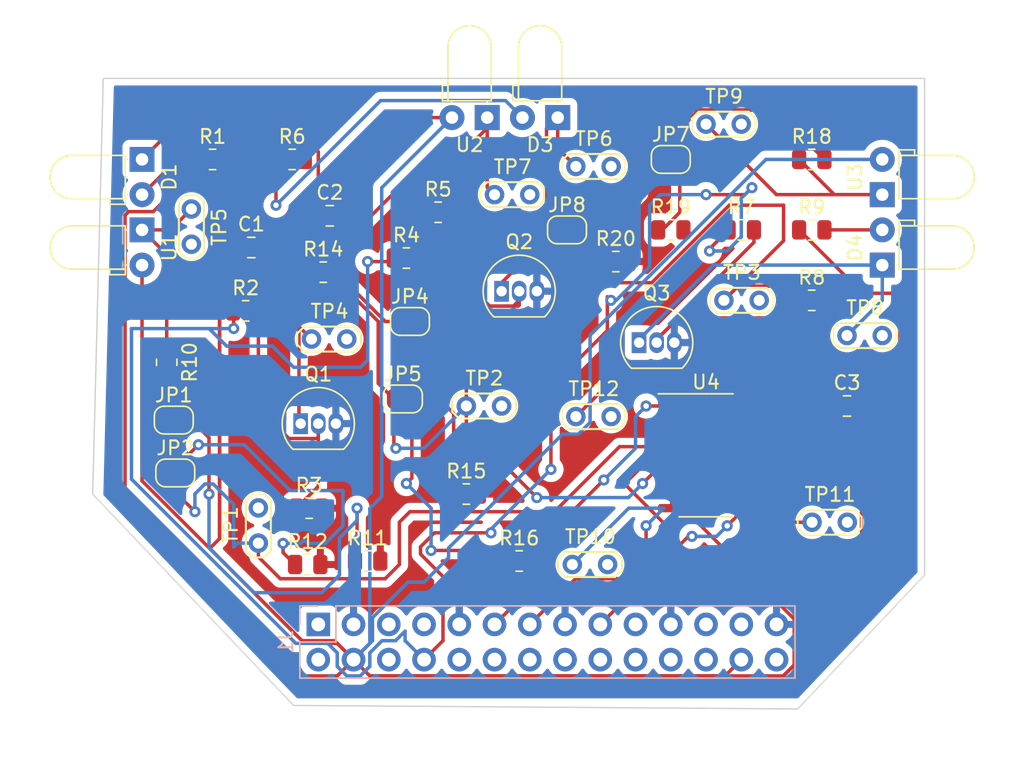
<source format=kicad_pcb>
(kicad_pcb (version 20211014) (generator pcbnew)
  (layers (0 "F.Cu" signal) (31 "B.Cu" signal) (34 "B.Paste" user) (35 "F.Paste" user) (36 "B.SilkS" user "B.Silkscreen") (37 "F.SilkS" user "F.Silkscreen") (38 "B.Mask" user) (39 "F.Mask" user) (44 "Edge.Cuts" user))
  (net 0 "")
  (net 1 "VCC")
  (net 2 "Net-(D1-Pad1)")
  (net 3 "Net-(D1-Pad2)")
  (net 4 "Net-(D3-Pad1)")
  (net 5 "Net-(D3-Pad2)")
  (net 6 "Net-(D4-Pad1)")
  (net 7 "Net-(D4-Pad2)")
  (net 8 "RESV3")
  (net 9 "+3V3")
  (net 10 "GND")
  (net 11 "/V1_out")
  (net 12 "/PA3")
  (net 13 "/RESV2")
  (net 14 "/PA4")
  (net 15 "/PE15(PMW)")
  (net 16 "/PE14(PMW)")
  (net 17 "/PA5")
  (net 18 "/PE13(PMW)")
  (net 19 "/PA6")
  (net 20 "/PE12(PMW)")
  (net 21 "/PE11(PMW)")
  (net 22 "/PA7")
  (net 23 "/PE10(PMW)")
  (net 24 "/PC4")
  (net 25 "/PE9(PMW)")
  (net 26 "/PE8(PMW)")
  (net 27 "/PC5")
  (net 28 "/RESV1")
  (net 29 "/ABO")
  (net 30 "Net-(JP1-Pad2)")
  (net 31 "Net-(JP2-Pad2)")
  (net 32 "/V2_out")
  (net 33 "Net-(JP4-Pad2)")
  (net 34 "Net-(JP5-Pad2)")
  (net 35 "/V3_out")
  (net 36 "Net-(JP7-Pad2)")
  (net 37 "Net-(JP8-Pad2)")
  (net 38 "Net-(Q1-Pad2)")
  (net 39 "Net-(Q2-Pad2)")
  (net 40 "Net-(Q3-Pad2)")
  (net 41 "Net-(R10-Pad1)")
  (net 42 "Net-(R14-Pad1)")
  (net 43 "Net-(R18-Pad1)")
  (footprint "Resistor_SMD:R_0805_2012Metric" (layer "F.Cu") (at 68.58 76.2)
    (fp_text reference "R7")
    (fp_text value "100")
  )
  (footprint "TestPoint:TestPoint_2Pads_Pitch2.54mm_Drill0.8mm" (layer "F.Cu") (at 48.768 88.9)
    (fp_text reference "TP2")
    (fp_text value "VO2")
  )
  (footprint "Resistor_SMD:R_0805_2012Metric" (layer "F.Cu") (at 63.5 76.2)
    (fp_text reference "R19")
    (fp_text value "1.5k")
  )
  (footprint "TestPoint:TestPoint_2Pads_Pitch2.54mm_Drill0.8mm" (layer "F.Cu") (at 67.33 81.28)
    (fp_text reference "TP3")
    (fp_text value "VO3")
  )
  (footprint "Jumper:SolderJumper-2_P1.3mm_Bridged2Bar_RoundedPad1.0x1.5mm" (layer "F.Cu") (at 27.798 93.726)
    (fp_text reference "JP2")
    (fp_text value "Jumper_2_Open")
  )
  (footprint "Resistor_SMD:R_0805_2012Metric" (layer "F.Cu") (at 46.736 74.93)
    (fp_text reference "R5")
    (fp_text value "4.7k")
  )
  (footprint "TestPoint:TestPoint_2Pads_Pitch2.54mm_Drill0.8mm" (layer "F.Cu") (at 66.04 68.58)
    (fp_text reference "TP9")
    (fp_text value "PT3")
  )
  (footprint "Resistor_SMD:R_0805_2012Metric" (layer "F.Cu") (at 38.4575 79.248)
    (fp_text reference "R14")
    (fp_text value "470")
  )
  (footprint "Jumper:SolderJumper-2_P1.3mm_Bridged2Bar_RoundedPad1.0x1.5mm" (layer "F.Cu") (at 44.704 82.804)
    (fp_text reference "JP4")
    (fp_text value "Jumper_2_Open")
  )
  (footprint "Package_TO_SOT_THT:TO-92_Inline" (layer "F.Cu") (at 36.83 90.17)
    (fp_text reference "Q1")
    (fp_text value "BS170")
  )
  (footprint "Capacitor_SMD:C_0805_2012Metric" (layer "F.Cu") (at 38.928 75.184)
    (fp_text reference "C2")
    (fp_text value "4.7u")
  )
  (footprint "LED_THT:LED_D3.0mm_Horizontal_O1.27mm_Z2.0mm_Clear" (layer "F.Cu") (at 50.272 68.103 180)
    (fp_text reference "U2")
    (fp_text value "PT204-6B")
  )
  (footprint "Resistor_SMD:R_0805_2012Metric" (layer "F.Cu") (at 44.45 78.232)
    (fp_text reference "R4")
    (fp_text value "100")
  )
  (footprint "Package_TO_SOT_THT:TO-92_Inline" (layer "F.Cu") (at 51.308 80.624)
    (fp_text reference "Q2")
    (fp_text value "BS170")
  )
  (footprint "TestPoint:TestPoint_2Pads_Pitch2.54mm_Drill0.8mm" (layer "F.Cu") (at 37.612 84.074)
    (fp_text reference "TP4")
    (fp_text value "VO1")
  )
  (footprint "Resistor_SMD:R_0805_2012Metric" (layer "F.Cu") (at 30.48 71.12)
    (fp_text reference "R1")
    (fp_text value "47")
  )
  (footprint "TestPoint:TestPoint_2Pads_Pitch2.54mm_Drill0.8mm" (layer "F.Cu") (at 33.782 98.786 90)
    (fp_text reference "TP1")
    (fp_text value "VO1")
  )
  (footprint "Jumper:SolderJumper-2_P1.3mm_Bridged2Bar_RoundedPad1.0x1.5mm" (layer "F.Cu") (at 44.196 88.392)
    (fp_text reference "JP5")
    (fp_text value "Jumper_2_Open")
  )
  (footprint "Resistor_SMD:R_0805_2012Metric" (layer "F.Cu") (at 59.5395 78.486)
    (fp_text reference "R20")
    (fp_text value "18k")
  )
  (footprint "Jumper:SolderJumper-2_P1.3mm_Bridged2Bar_RoundedPad1.0x1.5mm" (layer "F.Cu") (at 27.686 89.916)
    (fp_text reference "JP1")
    (fp_text value "Jumper_2_Open")
  )
  (footprint "LED_THT:LED_D3.0mm_Horizontal_O1.27mm_Z2.0mm_IRGrey" (layer "F.Cu") (at 25.4 71.12 -90)
    (fp_text reference "D1")
    (fp_text value "TSAL4400")
  )
  (footprint "Resistor_SMD:R_0805_2012Metric" (layer "F.Cu") (at 37.4415 96.266)
    (fp_text reference "R3")
    (fp_text value "4.7k")
  )
  (footprint "LED_THT:LED_D3.0mm_Horizontal_O1.27mm_Z2.0mm_Clear" (layer "F.Cu") (at 78.74 73.66 90)
    (fp_text reference "U3")
    (fp_text value "PT204-6B")
  )
  (footprint "TestPoint:TestPoint_2Pads_Pitch2.54mm_Drill0.8mm" (layer "F.Cu") (at 76.2 83.82)
    (fp_text reference "TP8")
    (fp_text value "VO1")
  )
  (footprint "Resistor_SMD:R_0805_2012Metric" (layer "F.Cu") (at 52.578 100.076)
    (fp_text reference "R16")
    (fp_text value "18k")
  )
  (footprint "Resistor_SMD:R_0805_2012Metric" (layer "F.Cu") (at 48.768 95.25)
    (fp_text reference "R15")
    (fp_text value "1.5k")
  )
  (footprint "Capacitor_SMD:C_0805_2012Metric" (layer "F.Cu") (at 76.2 88.9)
    (fp_text reference "C3")
    (fp_text value "4.7u")
  )
  (footprint "LED_THT:LED_D3.0mm_Horizontal_O1.27mm_Z2.0mm_IRGrey" (layer "F.Cu") (at 78.74 78.74 90)
    (fp_text reference "D4")
    (fp_text value "TSAL4400")
  )
  (footprint "Resistor_SMD:R_0805_2012Metric" (layer "F.Cu") (at 73.66 71.12)
    (fp_text reference "R18")
    (fp_text value "470")
  )
  (footprint "TestPoint:TestPoint_2Pads_Pitch2.54mm_Drill0.8mm" (layer "F.Cu") (at 50.8 73.66)
    (fp_text reference "TP7")
    (fp_text value "PT2")
  )
  (footprint "TestPoint:TestPoint_2Pads_Pitch2.54mm_Drill0.8mm" (layer "F.Cu") (at 28.956 74.696 -90)
    (fp_text reference "TP5")
    (fp_text value "PT1")
  )
  (footprint "TestPoint:TestPoint_2Pads_Pitch2.54mm_Drill0.8mm" (layer "F.Cu") (at 56.408 100.33)
    (fp_text reference "TP10")
    (fp_text value "OP2")
  )
  (footprint "Package_SO:SOIC-14_3.9x8.7mm_P1.27mm" (layer "F.Cu") (at 66.04 92.456)
    (fp_text reference "U4")
    (fp_text value "LM324")
  )
  (footprint "LED_THT:LED_D3.0mm_Horizontal_O1.27mm_Z2.0mm_Clear" (layer "F.Cu") (at 25.4 76.2 -90)
    (fp_text reference "U1")
    (fp_text value "PT204-6B")
  )
  (footprint "LED_THT:LED_D3.0mm_Horizontal_O1.27mm_Z2.0mm_IRGrey" (layer "F.Cu") (at 55.352 68.103 180)
    (fp_text reference "D3")
    (fp_text value "TSAL4400")
  )
  (footprint "Resistor_SMD:R_0805_2012Metric" (layer "F.Cu") (at 37.338 100.33)
    (fp_text reference "R12")
    (fp_text value "18k")
  )
  (footprint "TestPoint:TestPoint_2Pads_Pitch2.54mm_Drill0.8mm" (layer "F.Cu") (at 56.662 71.628)
    (fp_text reference "TP6")
    (fp_text value "VO1")
  )
  (footprint "Jumper:SolderJumper-2_P1.3mm_Bridged2Bar_RoundedPad1.0x1.5mm" (layer "F.Cu") (at 56.022 76.2)
    (fp_text reference "JP8")
    (fp_text value "Jumper_2_Open")
  )
  (footprint "Jumper:SolderJumper-2_P1.3mm_Bridged2Bar_RoundedPad1.0x1.5mm" (layer "F.Cu") (at 63.5 71.12)
    (fp_text reference "JP7")
    (fp_text value "Jumper_2_Open")
  )
  (footprint "Resistor_SMD:R_0805_2012Metric" (layer "F.Cu") (at 32.8695 82.042)
    (fp_text reference "R2")
    (fp_text value "100")
  )
  (footprint "Package_TO_SOT_THT:TO-92_Inline" (layer "F.Cu") (at 61.214 84.328)
    (fp_text reference "Q3")
    (fp_text value "BS170")
  )
  (footprint "Resistor_SMD:R_0805_2012Metric" (layer "F.Cu") (at 73.66 81.28)
    (fp_text reference "R8")
    (fp_text value "4.7k")
  )
  (footprint "TestPoint:TestPoint_2Pads_Pitch2.54mm_Drill0.8mm" (layer "F.Cu") (at 73.68 97.282)
    (fp_text reference "TP11")
    (fp_text value "OP3")
  )
  (footprint "Resistor_SMD:R_0805_2012Metric" (layer "F.Cu") (at 27.178 85.7485 -90)
    (fp_text reference "R10")
    (fp_text value "470")
  )
  (footprint "Resistor_SMD:R_0805_2012Metric" (layer "F.Cu") (at 41.656 100.076)
    (fp_text reference "R11")
    (fp_text value "1.5k")
  )
  (footprint "Resistor_SMD:R_0805_2012Metric" (layer "F.Cu") (at 36.2185 71.12)
    (fp_text reference "R6")
    (fp_text value "47")
  )
  (footprint "Capacitor_SMD:C_0805_2012Metric" (layer "F.Cu") (at 33.274 77.47)
    (fp_text reference "C1")
    (fp_text value "4.7u")
  )
  (footprint "Resistor_SMD:R_0805_2012Metric" (layer "F.Cu") (at 73.66 76.2)
    (fp_text reference "R9")
    (fp_text value "47")
  )
  (footprint "TestPoint:TestPoint_2Pads_Pitch2.54mm_Drill0.8mm" (layer "F.Cu") (at 56.662 89.662)
    (fp_text reference "TP12")
    (fp_text value "OP1")
  )
  (footprint "Connector_PinHeader_2.54mm:PinHeader_2x14_P2.54mm_Vertical" (layer "B.Cu") (at 38.1 104.648 -90)
    (fp_text reference "J1")
    (fp_text value "Conn_02x14_Odd_Even")
  )
  (gr_line (start 21.844 95.25) (end 22.606 65.278) (layer "Edge.Cuts") (width 0.1))
  (gr_line (start 72.644 110.744) (end 36.322 110.49) (layer "Edge.Cuts") (width 0.1))
  (gr_line (start 36.322 110.49) (end 21.844 95.25) (layer "Edge.Cuts") (width 0.1))
  (gr_line (start 22.606 65.278) (end 81.788 65.278) (layer "Edge.Cuts") (width 0.1))
  (gr_line (start 81.788 101.092) (end 72.644 110.744) (layer "Edge.Cuts") (width 0.1))
  (gr_line (start 81.788 65.278) (end 81.788 101.092) (layer "Edge.Cuts") (width 0.1))
  (segment (start 30.988 98.46) (end 30.988 74.168) (width 0.25) (layer "F.Cu") (net 1))
  (segment (start 47.732 68.103) (end 45.421507 68.103) (width 0.25) (layer "F.Cu") (net 1))
  (segment (start 45.421507 68.103) (end 38.340507 75.184) (width 0.25) (layer "F.Cu") (net 1))
  (segment (start 71.606499 108.362511) (end 77.244511 102.724499) (width 0.25) (layer "F.Cu") (net 1))
  (segment (start 24.175489 75.138512) (end 24.42949 74.884511) (width 0.25) (layer "F.Cu") (net 1))
  (segment (start 24.42949 74.884511) (end 26.207489 74.884511) (width 0.25) (layer "F.Cu") (net 1))
  (segment (start 71.606499 108.362511) (end 80.01 99.95901) (width 0.25) (layer "F.Cu") (net 1))
  (segment (start 38.340507 75.184) (end 37.978 75.184) (width 0.25) (layer "F.Cu") (net 1))
  (segment (start 39.465489 108.362511) (end 36.988511 108.362511) (width 0.25) (layer "F.Cu") (net 1))
  (segment (start 72.39 104.25699) (end 65.41501 97.282) (width 0.25) (layer "F.Cu") (net 1))
  (segment (start 39.274511 105.822511) (end 36.925489 105.822511) (width 0.25) (layer "F.Cu") (net 1))
  (segment (start 77.244511 102.724499) (end 77.244511 90.894511) (width 0.25) (layer "F.Cu") (net 1))
  (segment (start 77.3195 80.772) (end 72.7475 76.2) (width 0.25) (layer "F.Cu") (net 1))
  (segment (start 40.64 107.188) (end 39.465489 108.362511) (width 0.25) (layer "F.Cu") (net 1))
  (segment (start 62.23 92.456) (end 63.565 92.456) (width 0.25) (layer "F.Cu") (net 1))
  (segment (start 41.814511 108.362511) (end 71.606499 108.362511) (width 0.25) (layer "F.Cu") (net 1))
  (segment (start 24.175489 95.549489) (end 24.175489 75.138512) (width 0.25) (layer "F.Cu") (net 1))
  (segment (start 80.01 99.95901) (end 80.01 81.28) (width 0.25) (layer "F.Cu") (net 1))
  (segment (start 40.64 107.188) (end 39.274511 105.822511) (width 0.25) (layer "F.Cu") (net 1))
  (segment (start 26.207489 74.884511) (end 29.5675 71.5245) (width 0.25) (layer "F.Cu") (net 1))
  (segment (start 62.934928 97.282) (end 60.198 94.545072) (width 0.25) (layer "F.Cu") (net 1))
  (segment (start 65.41501 97.282) (end 62.934928 97.282) (width 0.25) (layer "F.Cu") (net 1))
  (segment (start 36.988511 108.362511) (end 24.175489 95.549489) (width 0.25) (layer "F.Cu") (net 1))
  (segment (start 80.01 81.28) (end 79.502 80.772) (width 0.25) (layer "F.Cu") (net 1))
  (segment (start 79.502 80.772) (end 77.3195 80.772) (width 0.25) (layer "F.Cu") (net 1))
  (segment (start 40.64 107.188) (end 41.814511 108.362511) (width 0.25) (layer "F.Cu") (net 1))
  (segment (start 72.39 107.57901) (end 72.39 104.25699) (width 0.25) (layer "F.Cu") (net 1))
  (segment (start 60.198 94.545072) (end 60.198 94.488) (width 0.25) (layer "F.Cu") (net 1))
  (segment (start 60.198 94.488) (end 62.23 92.456) (width 0.25) (layer "F.Cu") (net 1))
  (segment (start 67.405489 108.362511) (end 68.58 107.188) (width 0.25) (layer "F.Cu") (net 1))
  (segment (start 30.275489 99.172511) (end 30.988 98.46) (width 0.25) (layer "F.Cu") (net 1))
  (segment (start 34.036 71.12) (end 35.306 71.12) (width 0.25) (layer "F.Cu") (net 1))
  (segment (start 37.116467 106.013489) (end 25.4 94.297022) (width 0.25) (layer "F.Cu") (net 1))
  (segment (start 71.606499 108.362511) (end 72.39 107.57901) (width 0.25) (layer "F.Cu") (net 1))
  (segment (start 41.814511 108.362511) (end 67.405489 108.362511) (width 0.25) (layer "F.Cu") (net 1))
  (segment (start 37.116467 106.013489) (end 30.275489 99.172511) (width 0.25) (layer "F.Cu") (net 1))
  (segment (start 30.988 74.168) (end 34.036 71.12) (width 0.25) (layer "F.Cu") (net 1))
  (segment (start 40.64 107.188) (end 39.465489 106.013489) (width 0.25) (layer "F.Cu") (net 1))
  (segment (start 39.465489 106.013489) (end 37.116467 106.013489) (width 0.25) (layer "F.Cu") (net 1))
  (segment (start 29.5675 71.5245) (end 29.5675 71.12) (width 0.25) (layer "F.Cu") (net 1))
  (segment (start 30.988 98.46) (end 30.988 78.806) (width 0.25) (layer "F.Cu") (net 1))
  (segment (start 77.244511 90.894511) (end 75.25 88.9) (width 0.25) (layer "F.Cu") (net 1))
  (segment (start 30.988 78.806) (end 32.324 77.47) (width 0.25) (layer "F.Cu") (net 1))
  (segment (start 25.4 94.297022) (end 25.4 78.74) (width 0.25) (layer "F.Cu") (net 1))
  (segment (start 59.906511 81.580103) (end 59.906511 81.571489) (width 0.25) (layer "B.Cu") (net 1))
  (segment (start 40.64 107.188) (end 42.005489 105.822511) (width 0.25) (layer "B.Cu") (net 1))
  (segment (start 42.005489 104.161501) (end 44.56699 101.6) (width 0.25) (layer "B.Cu") (net 1))
  (segment (start 57.686511 90.086367) (end 57.686511 83.791489) (width 0.25) (layer "B.Cu") (net 1))
  (segment (start 59.482103 82.004511) (end 59.906511 81.580103) (width 0.25) (layer "B.Cu") (net 1))
  (segment (start 44.56699 101.6) (end 45.72 101.6) (width 0.25) (layer "B.Cu") (net 1))
  (segment (start 47.489489 99.143633) (end 55.701122 90.932) (width 0.25) (layer "B.Cu") (net 1))
  (segment (start 47.489489 99.830511) (end 47.489489 99.143633) (width 0.25) (layer "B.Cu") (net 1))
  (segment (start 41.814511 96.286367) (end 42.672 95.428878) (width 0.25) (layer "B.Cu") (net 1))
  (segment (start 40.64 107.188) (end 41.814511 106.013489) (width 0.25) (layer "B.Cu") (net 1))
  (segment (start 42.005489 105.822511) (end 42.005489 104.161501) (width 0.25) (layer "B.Cu") (net 1))
  (segment (start 41.814511 106.013489) (end 41.814511 96.286367) (width 0.25) (layer "B.Cu") (net 1))
  (segment (start 56.840878 90.932) (end 57.686511 90.086367) (width 0.25) (layer "B.Cu") (net 1))
  (segment (start 42.672 95.428878) (end 42.672 73.163) (width 0.25) (layer "B.Cu") (net 1))
  (segment (start 55.701122 90.932) (end 56.840878 90.932) (width 0.25) (layer "B.Cu") (net 1))
  (segment (start 59.906511 81.571489) (end 70.358 71.12) (width 0.25) (layer "B.Cu") (net 1))
  (segment (start 59.473489 82.004511) (end 59.482103 82.004511) (width 0.25) (layer "B.Cu") (net 1))
  (segment (start 42.672 73.163) (end 47.732 68.103) (width 0.25) (layer "B.Cu") (net 1))
  (segment (start 57.686511 83.791489) (end 59.473489 82.004511) (width 0.25) (layer "B.Cu") (net 1))
  (segment (start 45.72 101.6) (end 47.489489 99.830511) (width 0.25) (layer "B.Cu") (net 1))
  (segment (start 70.358 71.12) (end 78.74 71.12) (width 0.25) (layer "B.Cu") (net 1))
  (segment (start 36.70798 74.916527) (end 36.70798 90.04798) (width 0.25) (layer "F.Cu") (net 2))
  (segment (start 25.4 71.12) (end 27.201139 69.318861) (width 0.25) (layer "F.Cu") (net 2))
  (segment (start 38.1 70.564007) (end 38.1 73.524507) (width 0.25) (layer "F.Cu") (net 2))
  (segment (start 36.854854 69.318861) (end 38.1 70.564007) (width 0.25) (layer "F.Cu") (net 2))
  (segment (start 38.1 73.524507) (end 36.70798 74.916527) (width 0.25) (layer "F.Cu") (net 2))
  (segment (start 36.70798 74.916527) (end 36.70798 83.16998) (width 0.25) (layer "F.Cu") (net 2))
  (segment (start 36.70798 90.04798) (end 36.83 90.17) (width 0.25) (layer "F.Cu") (net 2))
  (segment (start 27.201139 69.318861) (end 36.854854 69.318861) (width 0.25) (layer "F.Cu") (net 2))
  (segment (start 36.70798 83.16998) (end 37.612 84.074) (width 0.25) (layer "F.Cu") (net 2))
  (segment (start 30.36798 70.09548) (end 28.96452 70.09548) (width 0.25) (layer "F.Cu") (net 3))
  (segment (start 28.96452 70.09548) (end 25.4 73.66) (width 0.25) (layer "F.Cu") (net 3))
  (segment (start 31.3925 71.12) (end 30.36798 70.09548) (width 0.25) (layer "F.Cu") (net 3))
  (segment (start 55.352 68.103) (end 55.352 70.318) (width 0.25) (layer "F.Cu") (net 4))
  (segment (start 54.547489 68.907511) (end 54.547489 76.770511) (width 0.25) (layer "F.Cu") (net 4))
  (segment (start 55.352 68.103) (end 54.547489 68.907511) (width 0.25) (layer "F.Cu") (net 4))
  (segment (start 54.547489 76.770511) (end 51.308 80.01) (width 0.25) (layer "F.Cu") (net 4))
  (segment (start 51.308 80.01) (end 51.308 80.624) (width 0.25) (layer "F.Cu") (net 4))
  (segment (start 55.352 70.318) (end 56.662 71.628) (width 0.25) (layer "F.Cu") (net 4))
  (segment (start 37.131 71.12) (end 35.052 73.199) (width 0.25) (layer "F.Cu") (net 5))
  (segment (start 35.052 73.199) (end 35.052 74.422) (width 0.25) (layer "F.Cu") (net 5))
  (via (at 35.052 74.422) (size 0.8) (drill 0.4) (layers "F.Cu" "B.Cu") (net 5))
  (segment (start 42.595511 66.878489) (end 51.587489 66.878489) (width 0.25) (layer "B.Cu") (net 5))
  (segment (start 35.052 74.422) (end 42.595511 66.878489) (width 0.25) (layer "B.Cu") (net 5))
  (segment (start 51.587489 66.878489) (end 52.812 68.103) (width 0.25) (layer "B.Cu") (net 5))
  (segment (start 66.577 78.74) (end 61.214 84.103) (width 0.25) (layer "B.Cu") (net 6))
  (segment (start 61.214 84.103) (end 61.214 84.328) (width 0.25) (layer "B.Cu") (net 6))
  (segment (start 78.74 78.74) (end 78.74 81.28) (width 0.25) (layer "B.Cu") (net 6))
  (segment (start 78.74 81.28) (end 76.2 83.82) (width 0.25) (layer "B.Cu") (net 6))
  (segment (start 78.74 78.74) (end 66.577 78.74) (width 0.25) (layer "B.Cu") (net 6))
  (segment (start 78.74 76.2) (end 74.5725 76.2) (width 0.25) (layer "F.Cu") (net 7))
  (segment (start 27.178 86.614) (end 27.036 86.756) (width 0.25) (layer "F.Cu") (net 11))
  (segment (start 44.704 96.52) (end 55.118 96.52) (width 0.25) (layer "F.Cu") (net 11))
  (segment (start 33.782 98.786) (end 33.782 99.775949) (width 0.25) (layer "F.Cu") (net 11))
  (segment (start 27.148 94.458) (end 29.21 96.52) (width 0.25) (layer "F.Cu") (net 11))
  (segment (start 43.942 100.33) (end 43.942 97.282) (width 0.25) (layer "F.Cu") (net 11))
  (segment (start 27.178 86.661) (end 25.84952 87.98948) (width 0.25) (layer "F.Cu") (net 11))
  (segment (start 55.118 96.52) (end 59.80652 91.83148) (width 0.25) (layer "F.Cu") (net 11))
  (segment (start 25.84952 93.726) (end 27.148 93.726) (width 0.25) (layer "F.Cu") (net 11))
  (segment (start 59.80652 91.83148) (end 62.91952 91.83148) (width 0.25) (layer "F.Cu") (net 11))
  (segment (start 35.360571 101.35452) (end 42.91748 101.35452) (width 0.25) (layer "F.Cu") (net 11))
  (segment (start 25.84952 87.98948) (end 25.84952 93.726) (width 0.25) (layer "F.Cu") (net 11))
  (segment (start 62.91952 91.83148) (end 63.565 91.186) (width 0.25) (layer "F.Cu") (net 11))
  (segment (start 43.942 97.282) (end 44.704 96.52) (width 0.25) (layer "F.Cu") (net 11))
  (segment (start 27.178 86.661) (end 27.178 86.614) (width 0.25) (layer "F.Cu") (net 11))
  (segment (start 27.036 86.756) (end 27.036 89.916) (width 0.25) (layer "F.Cu") (net 11))
  (segment (start 33.782 99.775949) (end 35.360571 101.35452) (width 0.25) (layer "F.Cu") (net 11))
  (segment (start 27.148 93.726) (end 27.148 94.458) (width 0.25) (layer "F.Cu") (net 11))
  (segment (start 42.91748 101.35452) (end 43.942 100.33) (width 0.25) (layer "F.Cu") (net 11))
  (via (at 29.21 96.52) (size 0.8) (drill 0.4) (layers "F.Cu" "B.Cu") (net 11))
  (segment (start 29.21 95.241386) (end 29.925897 94.525489) (width 0.25) (layer "B.Cu") (net 11))
  (segment (start 29.21 96.52) (end 29.21 95.241386) (width 0.25) (layer "B.Cu") (net 11))
  (segment (start 30.526103 94.525489) (end 32.004 96.003386) (width 0.25) (layer "B.Cu") (net 11))
  (segment (start 32.278 98.786) (end 33.782 98.786) (width 0.25) (layer "B.Cu") (net 11))
  (segment (start 32.004 99.06) (end 32.278 98.786) (width 0.25) (layer "B.Cu") (net 11))
  (segment (start 29.925897 94.525489) (end 30.526103 94.525489) (width 0.25) (layer "B.Cu") (net 11))
  (segment (start 32.004 96.003386) (end 32.004 99.06) (width 0.25) (layer "B.Cu") (net 11))
  (segment (start 58.928 83.458022) (end 58.928 81.026) (width 0.25) (layer "F.Cu") (net 15))
  (segment (start 32.004 82.089) (end 31.957 82.042) (width 0.25) (layer "F.Cu") (net 15))
  (segment (start 66.294 77.5735) (end 67.6675 76.2) (width 0.25) (layer "F.Cu") (net 15))
  (segment (start 32.004 83.312) (end 32.004 82.089) (width 0.25) (layer "F.Cu") (net 15))
  (segment (start 47.085489 101.196103) (end 45.466 99.576614) (width 0.25) (layer "F.Cu") (net 15))
  (segment (start 54.864 87.522022) (end 58.928 83.458022) (width 0.25) (layer "F.Cu") (net 15))
  (segment (start 47.085489 105.822511) (end 47.085489 101.196103) (width 0.25) (layer "F.Cu") (net 15))
  (segment (start 45.466 99.051386) (end 46.473386 98.044) (width 0.25) (layer "F.Cu") (net 15))
  (segment (start 68.842598 73.66) (end 69.346299 73.156299) (width 0.25) (layer "F.Cu") (net 15))
  (segment (start 46.473386 98.044) (end 50.546 98.044) (width 0.25) (layer "F.Cu") (net 15))
  (segment (start 54.864 93.472) (end 54.864 87.522022) (width 0.25) (layer "F.Cu") (net 15))
  (segment (start 41.656 78.486) (end 43.2835 78.486) (width 0.25) (layer "F.Cu") (net 15))
  (segment (start 66.04 73.66) (end 68.842598 73.66) (width 0.25) (layer "F.Cu") (net 15))
  (segment (start 43.2835 78.486) (end 43.5375 78.232) (width 0.25) (layer "F.Cu") (net 15))
  (segment (start 58.928 81.026) (end 59.182 81.28) (width 0.25) (layer "F.Cu") (net 15))
  (segment (start 66.294 77.724) (end 66.294 77.5735) (width 0.25) (layer "F.Cu") (net 15))
  (segment (start 45.466 99.576614) (end 45.466 99.051386) (width 0.25) (layer "F.Cu") (net 15))
  (segment (start 45.72 107.188) (end 47.085489 105.822511) (width 0.25) (layer "F.Cu") (net 15))
  (via (at 69.346299 73.156299) (size 0.8) (drill 0.4) (layers "F.Cu" "B.Cu") (net 15))
  (via (at 59.182 81.28) (size 0.8) (drill 0.4) (layers "F.Cu" "B.Cu") (net 15))
  (via (at 41.656 78.486) (size 0.8) (drill 0.4) (layers "F.Cu" "B.Cu") (net 15))
  (via (at 50.546 98.044) (size 0.8) (drill 0.4) (layers "F.Cu" "B.Cu") (net 15))
  (via (at 54.864 93.472) (size 0.8) (drill 0.4) (layers "F.Cu" "B.Cu") (net 15))
  (via (at 66.294 77.724) (size 0.8) (drill 0.4) (layers "F.Cu" "B.Cu") (net 15))
  (via (at 32.004 83.312) (size 0.8) (drill 0.4) (layers "F.Cu" "B.Cu") (net 15))
  (via (at 66.04 73.66) (size 0.8) (drill 0.4) (layers "F.Cu" "B.Cu") (net 15))
  (segment (start 61.976 74.422) (end 62.738 73.66) (width 0.25) (layer "B.Cu") (net 15))
  (segment (start 59.562282 81.28) (end 61.976 78.866282) (width 0.25) (layer "B.Cu") (net 15))
  (segment (start 45.72 107.188) (end 44.354511 105.822511) (width 0.25) (layer "B.Cu") (net 15))
  (segment (start 68.58 76.708) (end 67.564 77.724) (width 0.25) (layer "B.Cu") (net 15))
  (segment (start 42.693501 105.822511) (end 41.814511 106.701501) (width 0.25) (layer "B.Cu") (net 15))
  (segment (start 40.153501 108.362511) (end 39.465489 107.674499) (width 0.25) (layer "B.Cu") (net 15))
  (segment (start 34.798 84.582) (end 36.322 86.106) (width 0.25) (layer "B.Cu") (net 15))
  (segment (start 39.465489 107.674499) (end 39.465489 106.701501) (width 0.25) (layer "B.Cu") (net 15))
  (segment (start 24.638 94.170739) (end 24.638 83.312) (width 0.25) (layer "B.Cu") (net 15))
  (segment (start 41.814511 106.701501) (end 41.814511 107.674499) (width 0.25) (layer "B.Cu") (net 15))
  (segment (start 59.182 81.28) (end 59.562282 81.28) (width 0.25) (layer "B.Cu") (net 15))
  (segment (start 41.126499 108.362511) (end 40.153501 108.362511) (width 0.25) (layer "B.Cu") (net 15))
  (segment (start 41.656 85.598) (end 41.656 78.486) (width 0.25) (layer "B.Cu") (net 15))
  (segment (start 54.855386 93.472) (end 54.864 93.472) (width 0.25) (layer "B.Cu") (net 15))
  (segment (start 69.346299 73.156299) (end 68.58 73.922598) (width 0.25) (layer "B.Cu") (net 15))
  (segment (start 30.234511 83.320511) (end 31.496 84.582) (width 0.25) (layer "B.Cu") (net 15))
  (segment (start 41.148 86.106) (end 41.656 85.598) (width 0.25) (layer "B.Cu") (net 15))
  (segment (start 36.322 86.106) (end 41.148 86.106) (width 0.25) (layer "B.Cu") (net 15))
  (segment (start 39.465489 106.701501) (end 38.777477 106.013489) (width 0.25) (layer "B.Cu") (net 15))
  (segment (start 44.354511 105.134499) (end 43.666499 105.822511) (width 0.25) (layer "B.Cu") (net 15))
  (segment (start 50.546 98.044) (end 50.546 97.781386) (width 0.25) (layer "B.Cu") (net 15))
  (segment (start 43.666499 105.822511) (end 42.693501 105.822511) (width 0.25) (layer "B.Cu") (net 15))
  (segment (start 24.646511 83.320511) (end 30.234511 83.320511) (width 0.25) (layer "B.Cu") (net 15))
  (segment (start 62.738 73.66) (end 66.04 73.66) (width 0.25) (layer "B.Cu") (net 15))
  (segment (start 36.48075 106.013489) (end 24.638 94.170739) (width 0.25) (layer "B.Cu") (net 15))
  (segment (start 61.976 78.866282) (end 61.976 74.422) (width 0.25) (layer "B.Cu") (net 15))
  (segment (start 31.496 84.582) (end 34.798 84.582) (width 0.25) (layer "B.Cu") (net 15))
  (segment (start 67.564 77.724) (end 66.294 77.724) (width 0.25) (layer "B.Cu") (net 15))
  (segment (start 38.777477 106.013489) (end 36.48075 106.013489) (width 0.25) (layer "B.Cu") (net 15))
  (segment (start 44.354511 105.822511) (end 44.354511 105.134499) (width 0.25) (layer "B.Cu") (net 15))
  (segment (start 31.995489 83.320511) (end 32.004 83.312) (width 0.25) (layer "B.Cu") (net 15))
  (segment (start 50.546 97.781386) (end 54.855386 93.472) (width 0.25) (layer "B.Cu") (net 15))
  (segment (start 24.638 83.312) (end 24.646511 83.320511) (width 0.25) (layer "B.Cu") (net 15))
  (segment (start 68.58 73.922598) (end 68.58 76.708) (width 0.25) (layer "B.Cu") (net 15))
  (segment (start 41.814511 107.674499) (end 41.126499 108.362511) (width 0.25) (layer "B.Cu") (net 15))
  (segment (start 30.234511 83.320511) (end 31.995489 83.320511) (width 0.25) (layer "B.Cu") (net 15))
  (segment (start 61.533 86.614) (end 63.565 88.646) (width 0.25) (layer "F.Cu") (net 17))
  (segment (start 54.102 101.346) (end 54.864 101.346) (width 0.25) (layer "F.Cu") (net 17))
  (segment (start 50.8 104.648) (end 54.102 101.346) (width 0.25) (layer "F.Cu") (net 17))
  (segment (start 54.864 101.346) (end 54.864 98.044) (width 0.25) (layer "F.Cu") (net 17))
  (segment (start 56.662 89.662) (end 59.71 86.614) (width 0.25) (layer "F.Cu") (net 17))
  (segment (start 54.864 98.044) (end 58.674 94.234) (width 0.25) (layer "F.Cu") (net 17))
  (segment (start 61.722 88.9) (end 63.311 88.9) (width 0.25) (layer "F.Cu") (net 17))
  (segment (start 63.311 88.9) (end 63.565 88.646) (width 0.25) (layer "F.Cu") (net 17))
  (segment (start 59.71 86.614) (end 61.533 86.614) (width 0.25) (layer "F.Cu") (net 17))
  (segment (start 63.565 88.646) (end 63.565 89.916) (width 0.25) (layer "F.Cu") (net 17))
  (via (at 61.722 88.9) (size 0.8) (drill 0.4) (layers "F.Cu" "B.Cu") (net 17))
  (via (at 58.674 94.234) (size 0.8) (drill 0.4) (layers "F.Cu" "B.Cu") (net 17))
  (segment (start 60.96 89.662) (end 61.722 88.9) (width 0.25) (layer "B.Cu") (net 17))
  (segment (start 58.674 94.234) (end 60.96 91.948) (width 0.25) (layer "B.Cu") (net 17))
  (segment (start 60.96 91.948) (end 60.96 89.662) (width 0.25) (layer "B.Cu") (net 17))
  (segment (start 56.633489 101.354511) (end 59.942009 101.354511) (width 0.25) (layer "F.Cu") (net 19))
  (segment (start 63.565 94.996) (end 63.565 96.266) (width 0.25) (layer "F.Cu") (net 19))
  (segment (start 61.722 99.57452) (end 61.722 97.536) (width 0.25) (layer "F.Cu") (net 19))
  (segment (start 53.34 104.648) (end 56.633489 101.354511) (width 0.25) (layer "F.Cu") (net 19))
  (segment (start 59.942009 101.354511) (end 61.722 99.57452) (width 0.25) (layer "F.Cu") (net 19))
  (via (at 61.722 97.536) (size 0.8) (drill 0.4) (layers "F.Cu" "B.Cu") (net 19))
  (segment (start 61.722 97.536) (end 62.992 96.266) (width 0.25) (layer "B.Cu") (net 19))
  (segment (start 62.992 96.266) (end 60.472 96.266) (width 0.25) (layer "B.Cu") (net 19))
  (segment (start 60.472 96.266) (end 56.408 100.33) (width 0.25) (layer "B.Cu") (net 19))
  (segment (start 58.42 104.648) (end 64.77 98.298) (width 0.25) (layer "F.Cu") (net 22))
  (segment (start 67.564 97.536) (end 68.515 96.585) (width 0.25) (layer "F.Cu") (net 22))
  (segment (start 73.68 97.282) (end 69.531 97.282) (width 0.25) (layer "F.Cu") (net 22))
  (segment (start 68.515 96.585) (end 68.515 96.266) (width 0.25) (layer "F.Cu") (net 22))
  (segment (start 69.531 97.282) (end 68.515 96.266) (width 0.25) (layer "F.Cu") (net 22))
  (segment (start 64.77 98.298) (end 65.024 98.298) (width 0.25) (layer "F.Cu") (net 22))
  (segment (start 68.515 94.996) (end 68.515 96.266) (width 0.25) (layer "F.Cu") (net 22))
  (via (at 65.024 98.298) (size 0.8) (drill 0.4) (layers "F.Cu" "B.Cu") (net 22))
  (via (at 67.564 97.536) (size 0.8) (drill 0.4) (layers "F.Cu" "B.Cu") (net 22))
  (segment (start 66.802 98.298) (end 67.564 97.536) (width 0.25) (layer "B.Cu") (net 22))
  (segment (start 65.024 98.298) (end 66.802 98.298) (width 0.25) (layer "B.Cu") (net 22))
  (segment (start 40.894 99.9255) (end 40.7435 100.076) (width 0.25) (layer "F.Cu") (net 30))
  (segment (start 30.226 91.186) (end 30.226 95.25) (width 0.25) (layer "F.Cu") (net 30))
  (segment (start 40.894 96.266) (end 40.894 99.9255) (width 0.25) (layer "F.Cu") (net 30))
  (segment (start 28.956 89.916) (end 30.226 91.186) (width 0.25) (layer "F.Cu") (net 30))
  (segment (start 28.336 89.916) (end 28.956 89.916) (width 0.25) (layer "F.Cu") (net 30))
  (via (at 30.226 95.25) (size 0.8) (drill 0.4) (layers "F.Cu" "B.Cu") (net 30))
  (via (at 40.894 96.266) (size 0.8) (drill 0.4) (layers "F.Cu" "B.Cu") (net 30))
  (segment (start 30.226 95.25) (end 30.226 99.123022) (width 0.25) (layer "B.Cu") (net 30))
  (segment (start 38.354 102.362) (end 39.624 101.092) (width 0.25) (layer "B.Cu") (net 30))
  (segment (start 39.624 98.425718) (end 40.894 97.155718) (width 0.25) (layer "B.Cu") (net 30))
  (segment (start 30.226 99.123022) (end 33.464978 102.362) (width 0.25) (layer "B.Cu") (net 30))
  (segment (start 39.624 101.092) (end 39.624 98.425718) (width 0.25) (layer "B.Cu") (net 30))
  (segment (start 40.894 97.155718) (end 40.894 96.266) (width 0.25) (layer "B.Cu") (net 30))
  (segment (start 33.464978 102.362) (end 38.354 102.362) (width 0.25) (layer "B.Cu") (net 30))
  (segment (start 35.56 98.806) (end 35.56 99.4645) (width 0.25) (layer "F.Cu") (net 31))
  (segment (start 28.448 93.726) (end 28.448 92.71) (width 0.25) (layer "F.Cu") (net 31))
  (segment (start 28.448 92.71) (end 29.464 91.694) (width 0.25) (layer "F.Cu") (net 31))
  (segment (start 35.56 99.4645) (end 36.4255 100.33) (width 0.25) (layer "F.Cu") (net 31))
  (via (at 29.464 91.694) (size 0.8) (drill 0.4) (layers "F.Cu" "B.Cu") (net 31))
  (via (at 35.56 98.806) (size 0.8) (drill 0.4) (layers "F.Cu" "B.Cu") (net 31))
  (segment (start 38.608 98.806) (end 37.338 98.806) (width 0.25) (layer "B.Cu") (net 31))
  (segment (start 39.878 94.996) (end 39.878 97.536) (width 0.25) (layer "B.Cu") (net 31))
  (segment (start 32.766 91.694) (end 36.068 94.996) (width 0.25) (layer "B.Cu") (net 31))
  (segment (start 36.83 98.806) (end 35.56 98.806) (width 0.25) (layer "B.Cu") (net 31))
  (segment (start 37.338 98.806) (end 37.084 98.552) (width 0.25) (layer "B.Cu") (net 31))
  (segment (start 37.084 98.552) (end 36.83 98.806) (width 0.25) (layer "B.Cu") (net 31))
  (segment (start 29.464 91.694) (end 32.766 91.694) (width 0.25) (layer "B.Cu") (net 31))
  (segment (start 36.068 94.996) (end 39.878 94.996) (width 0.25) (layer "B.Cu") (net 31))
  (segment (start 39.878 97.536) (end 38.608 98.806) (width 0.25) (layer "B.Cu") (net 31))
  (segment (start 44.71958 81.72948) (end 45.91548 81.72948) (width 0.25) (layer "F.Cu") (net 32))
  (segment (start 39.37 79.756) (end 42.418 82.804) (width 0.25) (layer "F.Cu") (net 32))
  (segment (start 45.91548 81.72948) (end 48.768 84.582) (width 0.25) (layer "F.Cu") (net 32))
  (segment (start 48.768 90.424) (end 48.768 88.9) (width 0.25) (layer "F.Cu") (net 32))
  (segment (start 43.546 91.806) (end 43.688 91.948) (width 0.25) (layer "F.Cu") (net 32))
  (segment (start 62.23 93.726) (end 61.468 94.488) (width 0.25) (layer "F.Cu") (net 32))
  (segment (start 39.37 79.248) (end 39.37 79.756) (width 0.25) (layer "F.Cu") (net 32))
  (segment (start 63.565 93.726) (end 62.23 93.726) (width 0.25) (layer "F.Cu") (net 32))
  (segment (start 44.054 82.804) (end 44.054 82.39506) (width 0.25) (layer "F.Cu") (net 32))
  (segment (start 43.546 88.392) (end 43.546 91.806) (width 0.25) (layer "F.Cu") (net 32))
  (segment (start 42.926 82.804) (end 44.054 82.804) (width 0.25) (layer "F.Cu") (net 32))
  (segment (start 42.418 82.804) (end 42.418 87.264) (width 0.25) (layer "F.Cu") (net 32))
  (segment (start 48.768 84.582) (end 48.768 88.9) (width 0.25) (layer "F.Cu") (net 32))
  (segment (start 44.054 82.39506) (end 44.71958 81.72948) (width 0.25) (layer "F.Cu") (net 32))
  (segment (start 42.418 87.264) (end 43.546 88.392) (width 0.25) (layer "F.Cu") (net 32))
  (segment (start 39.37 79.248) (end 42.926 82.804) (width 0.25) (layer "F.Cu") (net 32))
  (segment (start 53.848 95.504) (end 48.768 90.424) (width 0.25) (layer "F.Cu") (net 32))
  (via (at 53.848 95.504) (size 0.8) (drill 0.4) (layers "F.Cu" "B.Cu") (net 32))
  (via (at 61.468 94.488) (size 0.8) (drill 0.4) (layers "F.Cu" "B.Cu") (net 32))
  (via (at 43.688 91.948) (size 0.8) (drill 0.4) (layers "F.Cu" "B.Cu") (net 32))
  (segment (start 45.72 91.948) (end 48.768 88.9) (width 0.25) (layer "B.Cu") (net 32))
  (segment (start 61.468 94.488) (end 60.452 95.504) (width 0.25) (layer "B.Cu") (net 32))
  (segment (start 43.688 91.948) (end 45.72 91.948) (width 0.25) (layer "B.Cu") (net 32))
  (segment (start 60.452 95.504) (end 53.848 95.504) (width 0.25) (layer "B.Cu") (net 32))
  (segment (start 45.354 82.804) (end 45.354 86.934878) (width 0.25) (layer "F.Cu") (net 33))
  (segment (start 45.354 86.934878) (end 47.8555 89.436378) (width 0.25) (layer "F.Cu") (net 33))
  (segment (start 47.8555 89.436378) (end 47.8555 95.25) (width 0.25) (layer "F.Cu") (net 33))
  (segment (start 44.846 94.092) (end 44.45 94.488) (width 0.25) (layer "F.Cu") (net 34))
  (segment (start 50.9035 99.314) (end 51.6655 100.076) (width 0.25) (layer "F.Cu") (net 34))
  (segment (start 46.228 99.314) (end 50.9035 99.314) (width 0.25) (layer "F.Cu") (net 34))
  (segment (start 44.846 88.392) (end 44.846 94.092) (width 0.25) (layer "F.Cu") (net 34))
  (via (at 44.45 94.488) (size 0.8) (drill 0.4) (layers "F.Cu" "B.Cu") (net 34))
  (via (at 46.228 99.314) (size 0.8) (drill 0.4) (layers "F.Cu" "B.Cu") (net 34))
  (segment (start 46.228 99.06) (end 46.228 99.314) (width 0.25) (layer "B.Cu") (net 34))
  (segment (start 44.45 94.488) (end 46.228 96.266) (width 0.25) (layer "B.Cu") (net 34))
  (segment (start 46.228 96.266) (end 46.228 98.806) (width 0.25) (layer "B.Cu") (net 34))
  (segment (start 46.228 98.806) (end 46.228 99.06) (width 0.25) (layer "B.Cu") (net 34))
  (segment (start 61.214 70.104) (end 61.242511 70.132511) (width 0.25) (layer "F.Cu") (net 35))
  (segment (start 67.33 81.28) (end 71.628 76.982) (width 0.25) (layer "F.Cu") (net 35))
  (segment (start 74.42548 88.191592) (end 74.42548 83.30852) (width 0.25) (layer "F.Cu") (net 35))
  (segment (start 74.5725 71.12) (end 71.007989 67.555489) (width 0.25) (layer "F.Cu") (net 35))
  (segment (start 68.515 93.726) (end 68.891072 93.726) (width 0.25) (layer "F.Cu") (net 35))
  (segment (start 71.007989 67.555489) (end 65.540511 67.555489) (width 0.25) (layer "F.Cu") (net 35))
  (segment (start 65.540511 67.555489) (end 62.85 70.246) (width 0.25) (layer "F.Cu") (net 35))
  (segment (start 61.242511 70.132511) (end 61.242511 73.576367) (width 0.25) (layer "F.Cu") (net 35))
  (segment (start 71.628 76.982) (end 71.628 74.422) (width 0.25) (layer "F.Cu") (net 35))
  (segment (start 67.715493 74.422) (end 62.127493 80.01) (width 0.25) (layer "F.Cu") (net 35))
  (segment (start 59.888878 74.93) (end 55.372 74.93) (width 0.25) (layer "F.Cu") (net 35))
  (segment (start 75.072973 80.25548) (end 68.35452 80.25548) (width 0.25) (layer "F.Cu") (net 35))
  (segment (start 68.35452 80.25548) (end 67.33 81.28) (width 0.25) (layer "F.Cu") (net 35))
  (segment (start 54.997009 75.825009) (end 55.372 76.2) (width 0.25) (layer "F.Cu") (net 35))
  (segment (start 76.2 81.534) (end 76.2 81.382507) (width 0.25) (layer "F.Cu") (net 35))
  (segment (start 61.242511 73.576367) (end 59.888878 74.93) (width 0.25) (layer "F.Cu") (net 35))
  (segment (start 68.891072 93.726) (end 74.42548 88.191592) (width 0.25) (layer "F.Cu") (net 35))
  (segment (start 54.997009 75.304991) (end 54.997009 75.825009) (width 0.25) (layer "F.Cu") (net 35))
  (segment (start 55.372 78.232) (end 55.372 76.2) (width 0.25) (layer "F.Cu") (net 35))
  (segment (start 62.127493 80.01) (end 57.15 80.01) (width 0.25) (layer "F.Cu") (net 35))
  (segment (start 71.628 74.422) (end 67.715493 74.422) (width 0.25) (layer "F.Cu") (net 35))
  (segment (start 57.15 80.01) (end 55.372 78.232) (width 0.25) (layer "F.Cu") (net 35))
  (segment (start 76.2 81.382507) (end 75.072973 80.25548) (width 0.25) (layer "F.Cu") (net 35))
  (segment (start 74.42548 83.30852) (end 76.2 81.534) (width 0.25) (layer "F.Cu") (net 35))
  (segment (start 55.372 74.93) (end 54.997009 75.304991) (width 0.25) (layer "F.Cu") (net 35))
  (segment (start 62.85 70.246) (end 62.85 71.12) (width 0.25) (layer "F.Cu") (net 35))
  (segment (start 63.762511 67.555489) (end 61.214 70.104) (width 0.25) (layer "F.Cu") (net 35))
  (segment (start 71.007989 67.555489) (end 63.762511 67.555489) (width 0.25) (layer "F.Cu") (net 35))
  (segment (start 62.887507 76.2) (end 62.5875 76.2) (width 0.25) (layer "F.Cu") (net 36))
  (segment (start 64.15 74.937507) (end 62.887507 76.2) (width 0.25) (layer "F.Cu") (net 36))
  (segment (start 64.15 71.12) (end 64.15 74.937507) (width 0.25) (layer "F.Cu") (net 36))
  (segment (start 56.672 77.754) (end 57.15 78.232) (width 0.25) (layer "F.Cu") (net 37))
  (segment (start 57.15 78.232) (end 58.373 78.232) (width 0.25) (layer "F.Cu") (net 37))
  (segment (start 56.672 76.2) (end 56.672 77.754) (width 0.25) (layer "F.Cu") (net 37))
  (segment (start 33.782 89.046022) (end 33.782 82.042) (width 0.25) (layer "F.Cu") (net 38))
  (segment (start 35.980489 91.244511) (end 33.782 89.046022) (width 0.25) (layer "F.Cu") (net 38))
  (segment (start 38.1 91.17) (end 38.025489 91.244511) (width 0.25) (layer "F.Cu") (net 38))
  (segment (start 38.1 94.695) (end 36.529 96.266) (width 0.25) (layer "F.Cu") (net 38))
  (segment (start 38.1 90.17) (end 38.1 94.695) (width 0.25) (layer "F.Cu") (net 38))
  (segment (start 38.025489 91.244511) (end 35.980489 91.244511) (width 0.25) (layer "F.Cu") (net 38))
  (segment (start 38.1 90.17) (end 38.1 91.17) (width 0.25) (layer "F.Cu") (net 38))
  (segment (start 52.578 81.624) (end 52.503489 81.698511) (width 0.25) (layer "F.Cu") (net 39))
  (segment (start 48.829011 81.698511) (end 45.3625 78.232) (width 0.25) (layer "F.Cu") (net 39))
  (segment (start 52.578 81.278022) (end 52.157511 81.698511) (width 0.25) (layer "F.Cu") (net 39))
  (segment (start 45.8235 77.771) (end 45.8235 74.93) (width 0.25) (layer "F.Cu") (net 39))
  (segment (start 52.503489 81.698511) (end 48.829011 81.698511) (width 0.25) (layer "F.Cu") (net 39))
  (segment (start 52.578 80.624) (end 52.578 81.278022) (width 0.25) (layer "F.Cu") (net 39))
  (segment (start 52.578 80.624) (end 52.578 81.624) (width 0.25) (layer "F.Cu") (net 39))
  (segment (start 52.157511 81.698511) (end 50.456511 81.698511) (width 0.25) (layer "F.Cu") (net 39))
  (segment (start 45.3625 78.232) (end 45.8235 77.771) (width 0.25) (layer "F.Cu") (net 39))
  (segment (start 50.456511 81.698511) (end 45.8235 77.0655) (width 0.25) (layer "F.Cu") (net 39))
  (segment (start 62.484 84.103) (end 64.037 82.55) (width 0.25) (layer "F.Cu") (net 40))
  (segment (start 69.4925 77.0945) (end 69.4925 76.2) (width 0.25) (layer "F.Cu") (net 40))
  (segment (start 62.484 84.328) (end 62.484 84.103) (width 0.25) (layer "F.Cu") (net 40))
  (segment (start 71.4775 82.55) (end 72.7475 81.28) (width 0.25) (layer "F.Cu") (net 40))
  (segment (start 64.037 82.55) (end 71.4775 82.55) (width 0.25) (layer "F.Cu") (net 40))
  (segment (start 62.484 84.103) (end 69.4925 77.0945) (width 0.25) (layer "F.Cu") (net 40))
  (segment (start 25.4 76.2) (end 27.178 77.978) (width 0.25) (layer "F.Cu") (net 41))
  (segment (start 27.178 77.978) (end 27.178 84.836) (width 0.25) (layer "F.Cu") (net 41))
  (segment (start 25.4 76.2) (end 27.452 76.2) (width 0.25) (layer "F.Cu") (net 41))
  (segment (start 27.452 76.2) (end 28.956 74.696) (width 0.25) (layer "F.Cu") (net 41))
  (segment (start 44.957007 72.136) (end 37.845007 79.248) (width 0.25) (layer "F.Cu") (net 42))
  (segment (start 50.272 68.103) (end 50.272 73.132) (width 0.25) (layer "F.Cu") (net 42))
  (segment (start 50.272 68.854) (end 46.99 72.136) (width 0.25) (layer "F.Cu") (net 42))
  (segment (start 37.845007 79.248) (end 37.545 79.248) (width 0.25) (layer "F.Cu") (net 42))
  (segment (start 50.272 73.132) (end 50.8 73.66) (width 0.25) (layer "F.Cu") (net 42))
  (segment (start 46.99 72.136) (end 44.957007 72.136) (width 0.25) (layer "F.Cu") (net 42))
  (segment (start 50.272 68.103) (end 50.272 68.854) (width 0.25) (layer "F.Cu") (net 42))
  (segment (start 78.74 73.66) (end 75.2875 73.66) (width 0.25) (layer "F.Cu") (net 43))
  (segment (start 78.74 73.66) (end 71.12 73.66) (width 0.25) (layer "F.Cu") (net 43))
  (segment (start 75.2875 73.66) (end 72.7475 71.12) (width 0.25) (layer "F.Cu") (net 43))
  (segment (start 71.12 73.66) (end 66.04 68.58) (width 0.25) (layer "F.Cu") (net 43))
  (zone (net 10) (net_name "GND") (layers F&B.Cu) (connect_pads (clearance 0.508)) (min_thickness 0.254) (fill yes (thermal_gap 0.508) (thermal_bridge_width 0.508))
    (polygon (pts (xy 81.28 101.092) (xy 72.898 109.982) (xy 36.576 109.982) (xy 22.606 95.504) (xy 23.368 65.786) (xy 81.28 65.786)))
  )
)
</source>
